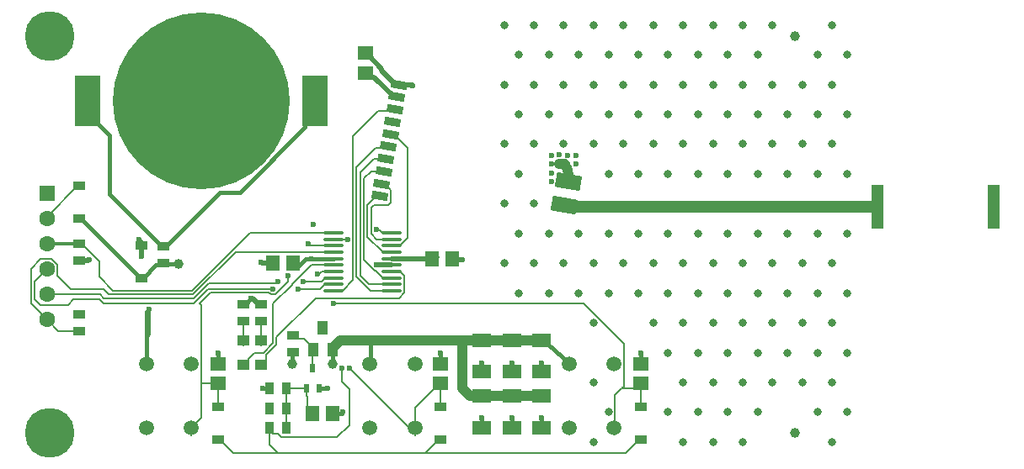
<source format=gtl>
G04*
G04 #@! TF.GenerationSoftware,Altium Limited,Altium Designer,19.0.15 (446)*
G04*
G04 Layer_Physical_Order=1*
G04 Layer_Color=255*
%FSLAX25Y25*%
%MOIN*%
G70*
G01*
G75*
%ADD15C,0.00787*%
%ADD17R,0.05118X0.03347*%
%ADD18R,0.06102X0.05315*%
%ADD19R,0.03937X0.05512*%
%ADD20R,0.03347X0.05118*%
%ADD21R,0.01968X0.03740*%
%ADD22R,0.05315X0.06102*%
%ADD23R,0.04803X0.03602*%
%ADD24R,0.07480X0.05315*%
%ADD25R,0.04921X0.04331*%
G04:AMPARAMS|DCode=26|XSize=62.99mil|YSize=31.5mil|CornerRadius=0mil|HoleSize=0mil|Usage=FLASHONLY|Rotation=350.000|XOffset=0mil|YOffset=0mil|HoleType=Round|Shape=Rectangle|*
%AMROTATEDRECTD26*
4,1,4,-0.03375,-0.01004,-0.02828,0.02098,0.03375,0.01004,0.02828,-0.02098,-0.03375,-0.01004,0.0*
%
%ADD26ROTATEDRECTD26*%

G04:AMPARAMS|DCode=27|XSize=100mil|YSize=59.06mil|CornerRadius=0mil|HoleSize=0mil|Usage=FLASHONLY|Rotation=350.000|XOffset=0mil|YOffset=0mil|HoleType=Round|Shape=Rectangle|*
%AMROTATEDRECTD27*
4,1,4,-0.05437,-0.02040,-0.04411,0.03776,0.05437,0.02040,0.04411,-0.03776,-0.05437,-0.02040,0.0*
%
%ADD27ROTATEDRECTD27*%

%ADD28R,0.05118X0.17717*%
%ADD29O,0.08268X0.01378*%
%ADD30R,0.09843X0.20079*%
%ADD51C,0.03937*%
%ADD52C,0.70079*%
%ADD53C,0.01575*%
%ADD54C,0.01968*%
%ADD55C,0.04724*%
%ADD56C,0.01181*%
%ADD57C,0.05906*%
%ADD58C,0.06299*%
%ADD59R,0.06299X0.06299*%
%ADD60C,0.03937*%
%ADD61C,0.19685*%
%ADD62C,0.02362*%
%ADD63C,0.03150*%
D15*
X226659Y17815D02*
X227362Y18518D01*
Y35410D01*
X211468Y51305D02*
X227362Y35410D01*
X60039Y19685D02*
X66929D01*
X60039D02*
Y50602D01*
Y5906D02*
Y19685D01*
X56102Y-984D02*
Y1969D01*
X59337Y51305D02*
X60039Y50602D01*
X56102Y1969D02*
X60039Y5906D01*
X57284Y51378D02*
X62992Y57087D01*
X21457Y51378D02*
X57284D01*
X57303Y53347D02*
X63209Y59252D01*
X21654Y53347D02*
X57303D01*
X56969Y54961D02*
X73760Y71752D01*
X23622Y54961D02*
X56969D01*
X56398Y56339D02*
X79488Y79429D01*
X25313Y56339D02*
X56398D01*
X63209Y59252D02*
X89606D01*
X62992Y57087D02*
X88583D01*
X73760Y71752D02*
X112638D01*
X79488Y79429D02*
X112638D01*
X223917Y-492D02*
Y15073D01*
X19685Y53150D02*
X21457Y51378D01*
X89961Y37908D02*
X105523Y53470D01*
X138356D01*
X89961Y35060D02*
Y37908D01*
X125984Y77795D02*
Y90469D01*
Y77795D02*
X132028Y71752D01*
X135472D01*
X102788Y74961D02*
X103438Y74311D01*
X102362Y74961D02*
X102788D01*
X103438Y74311D02*
X112638D01*
X103768Y69193D02*
X104331D01*
X129603Y80709D02*
X129904Y80407D01*
X130889D01*
X131868Y79429D01*
X135472D01*
X124606Y68568D02*
Y100984D01*
Y68568D02*
X128706Y64468D01*
X129075D01*
X132028Y61516D01*
X135472D01*
X120276Y60590D02*
Y117717D01*
X130312Y127753D01*
X116083Y56398D02*
X120276Y60590D01*
X121653Y61949D02*
Y105315D01*
X129320Y112981D01*
X121653Y61949D02*
X127205Y56398D01*
X123031Y62520D02*
Y103347D01*
X128352Y108667D01*
X123031Y62520D02*
X126595Y58957D01*
X124606Y100984D02*
X127365Y103743D01*
X112638Y76870D02*
X118110D01*
X127362Y78918D02*
X129411Y76870D01*
X127362Y78918D02*
Y89499D01*
X129411Y76870D02*
X135472D01*
X87264Y1083D02*
Y1969D01*
Y-4587D02*
Y1083D01*
X115748Y20472D02*
Y25689D01*
Y20472D02*
X118710Y17510D01*
Y3150D02*
Y17510D01*
X113986Y-1575D02*
X118710Y3150D01*
X91876Y-1575D02*
X113986D01*
X90498Y-197D02*
X91876Y-1575D01*
X88543Y-197D02*
X90498D01*
X87264Y1083D02*
X88543Y-197D01*
X90551Y-7874D02*
X148809D01*
X72894D02*
X90551D01*
X87264Y-4587D02*
X90551Y-7874D01*
X148809D02*
X228287D01*
X148809D02*
X154173Y-2510D01*
X154774D01*
X228287Y-7874D02*
X233652Y-2510D01*
X234252D01*
X67529D02*
X72894Y-7874D01*
X66929Y-2510D02*
X67529D01*
X66929Y10384D02*
Y19685D01*
X154774Y10384D02*
Y19685D01*
X144685Y-384D02*
Y9990D01*
Y-984D02*
Y-384D01*
Y9990D02*
X154380Y19685D01*
X234055Y19488D02*
X234252Y19291D01*
X234055Y19488D02*
X234252Y19685D01*
X232382Y17815D02*
X234055Y19488D01*
X226659Y17815D02*
X232382D01*
X234252Y10384D02*
Y19291D01*
X223917Y15073D02*
X226659Y17815D01*
X112638Y51305D02*
X211468D01*
X140591Y55705D02*
Y62402D01*
X138917Y64075D02*
X140591Y62402D01*
X135472Y64075D02*
X138917D01*
X118710Y25591D02*
X144685Y-384D01*
X138356Y53470D02*
X140591Y55705D01*
X104528Y33071D02*
Y33858D01*
X100886Y37500D02*
X104528Y33858D01*
X97736Y37500D02*
X100886D01*
X96457Y38780D02*
X97736Y37500D01*
X104331Y32874D02*
X104528Y33071D01*
X104331Y25689D02*
Y32874D01*
X101772Y14567D02*
X102067Y14272D01*
Y10138D02*
Y14272D01*
Y10138D02*
X104331Y7874D01*
X101772Y14567D02*
Y17618D01*
X101673Y17717D02*
X101772Y17618D01*
X93957Y17717D02*
X101673D01*
X93957Y9843D02*
Y17717D01*
Y1969D02*
Y9843D01*
Y17717D02*
X93957Y17717D01*
X87686Y54921D02*
X89480D01*
X94488Y59930D01*
Y62303D01*
X59337Y51305D02*
X63740Y55709D01*
X11693Y75079D02*
X12815D01*
X89606Y59252D02*
X90551Y60197D01*
X86898Y55709D02*
X87686Y54921D01*
X63740Y55709D02*
X86898D01*
X88583Y51249D02*
X96176Y58842D01*
Y59041D01*
X88583Y35631D02*
Y51249D01*
X103768Y66634D02*
X112638D01*
X96176Y59041D02*
X103768Y66634D01*
X100394Y60197D02*
X107867D01*
X85812Y30911D02*
X89961Y35060D01*
X85812Y28740D02*
Y30911D01*
X84040Y26969D02*
X85812Y28740D01*
X83745Y26969D02*
X84040D01*
X78740Y28740D02*
Y29528D01*
X76968Y26969D02*
X78740Y28740D01*
X76855Y26969D02*
X76968D01*
X78740Y29528D02*
X81102Y31890D01*
X84842D01*
X88583Y35631D01*
X15299Y131890D02*
Y137835D01*
X3622Y40354D02*
X11693D01*
X-984Y44961D02*
X3622Y40354D01*
X-984Y84961D02*
Y85699D01*
X11211Y97894D01*
X11811D01*
X21496Y57087D02*
X23622Y54961D01*
X19685Y61967D02*
X25313Y56339D01*
X19685Y61967D02*
Y68209D01*
X12815Y75079D02*
X19685Y68209D01*
X-7283Y51260D02*
Y65197D01*
Y51260D02*
X-984Y44961D01*
X-7283Y65197D02*
X-3386Y69095D01*
X728D01*
X3150Y66673D01*
Y62303D02*
Y66673D01*
Y62303D02*
X8366Y57087D01*
X21496D01*
X107867Y60197D02*
X109186Y61516D01*
X112638D01*
X98425Y57087D02*
X107323D01*
X109193Y58957D01*
X-5906Y53150D02*
Y60039D01*
X-984Y64961D01*
X-5906Y53150D02*
X-3583Y50827D01*
X7333D01*
X9656Y53150D01*
X19685D01*
X109193Y58957D02*
X112638D01*
X20039Y54961D02*
X21654Y53347D01*
X-984Y54961D02*
X20039D01*
X106299Y62992D02*
X106725D01*
X107695Y63962D01*
X112525D01*
X112638Y64075D01*
X83745Y34744D02*
Y44291D01*
X76855Y34744D02*
Y44291D01*
X112638Y56398D02*
X116083D01*
X130312Y127753D02*
X136155D01*
X136766Y128364D01*
X135472Y74311D02*
X138917D01*
X141929Y77323D01*
Y113102D01*
X136515Y118516D02*
X141929Y113102D01*
X135029Y118516D02*
X136515D01*
X127205Y56398D02*
X135472D01*
X129320Y112981D02*
X133551D01*
X134161Y113592D01*
X128352Y108667D02*
X133293D01*
X126595Y58957D02*
X135472D01*
X127365Y103743D02*
X132424D01*
X127362Y89499D02*
X128414Y90551D01*
X134161D01*
X135047Y91438D01*
Y96289D01*
X132517Y98819D02*
X135047Y96289D01*
X131556Y98819D02*
X132517D01*
X125984Y90469D02*
X129411Y93895D01*
X130688D01*
D17*
X96457Y38780D02*
D03*
Y32087D02*
D03*
X11693Y40354D02*
D03*
Y47047D02*
D03*
X11811Y75197D02*
D03*
Y68504D02*
D03*
X45276Y67520D02*
D03*
Y74213D02*
D03*
X83745Y50984D02*
D03*
Y44291D02*
D03*
X76855D02*
D03*
Y50984D02*
D03*
D18*
X234252Y27559D02*
D03*
Y19685D02*
D03*
X154774Y27559D02*
D03*
Y19685D02*
D03*
X66929Y27559D02*
D03*
Y19685D02*
D03*
X125000Y150591D02*
D03*
Y142717D02*
D03*
D19*
X104528Y33071D02*
D03*
X112008D02*
D03*
X108268Y41732D02*
D03*
D20*
X93957Y9843D02*
D03*
X87264D02*
D03*
X93957Y1969D02*
D03*
X87264D02*
D03*
X87264Y17717D02*
D03*
X93957D02*
D03*
D21*
X101772Y17618D02*
D03*
X106890D02*
D03*
X104331Y25689D02*
D03*
D22*
X112205Y7874D02*
D03*
X104331D02*
D03*
X159449Y69193D02*
D03*
X151575D02*
D03*
X88583Y67520D02*
D03*
X96457D02*
D03*
D23*
X66929Y10384D02*
D03*
Y-2510D02*
D03*
X154774Y10384D02*
D03*
Y-2510D02*
D03*
X234252Y10384D02*
D03*
Y-2510D02*
D03*
X11811Y97894D02*
D03*
Y85000D02*
D03*
X36417Y61466D02*
D03*
Y74360D02*
D03*
D24*
X171260Y1969D02*
D03*
Y14567D02*
D03*
Y24252D02*
D03*
Y36850D02*
D03*
X194882Y24252D02*
D03*
Y36850D02*
D03*
X183071Y24252D02*
D03*
Y36850D02*
D03*
X194882Y1969D02*
D03*
Y14567D02*
D03*
X183071Y1969D02*
D03*
Y14567D02*
D03*
D25*
X83745Y36811D02*
D03*
Y26969D02*
D03*
X76855Y36811D02*
D03*
Y26969D02*
D03*
D26*
X138502Y138212D02*
D03*
X137634Y133288D02*
D03*
X136766Y128364D02*
D03*
X135897Y123440D02*
D03*
X135029Y118516D02*
D03*
X134161Y113592D02*
D03*
X133293Y108667D02*
D03*
X132424Y103743D02*
D03*
X131556Y98819D02*
D03*
X130688Y93895D02*
D03*
D27*
X203801Y90238D02*
D03*
X205504Y99892D02*
D03*
D28*
X327756Y89686D02*
D03*
X373819D02*
D03*
D29*
X112638Y79429D02*
D03*
Y76870D02*
D03*
Y74311D02*
D03*
Y71752D02*
D03*
Y69193D02*
D03*
Y66634D02*
D03*
Y64075D02*
D03*
Y61516D02*
D03*
Y58957D02*
D03*
Y56398D02*
D03*
X135472Y79429D02*
D03*
Y76870D02*
D03*
Y74311D02*
D03*
Y71752D02*
D03*
Y69193D02*
D03*
Y66634D02*
D03*
Y64075D02*
D03*
Y61516D02*
D03*
Y58957D02*
D03*
Y56398D02*
D03*
D30*
X15299Y131890D02*
D03*
X105299D02*
D03*
D51*
X205504Y102559D02*
G03*
X203740Y106816I-6021J0D01*
G01*
X127008Y36850D02*
X163386D01*
X115000D02*
X127008D01*
X163386Y17717D02*
Y36850D01*
X171260Y14567D02*
X183071D01*
X166535D02*
X171260D01*
X163386Y17717D02*
X166535Y14567D01*
X183071D02*
X194882D01*
X163386Y36850D02*
X171260D01*
X183071D02*
X194882D01*
X171260D02*
X183071D01*
X112008Y33071D02*
Y33858D01*
X115000Y36850D01*
X205504Y99892D02*
Y102559D01*
Y99444D02*
Y99892D01*
X201772Y106816D02*
X203740D01*
D52*
X60299Y131890D02*
D03*
D53*
X195965Y36850D02*
X201498Y31317D01*
X201950D01*
X194882Y36850D02*
X195965D01*
X201950Y31317D02*
X205709Y27559D01*
X39219Y48849D02*
Y49062D01*
Y39370D02*
Y48849D01*
X39370Y49000D01*
X38386Y48015D02*
X39219Y48849D01*
X38386Y38537D02*
Y48015D01*
X39370Y49000D02*
Y49213D01*
X38386Y38537D02*
X39219Y39370D01*
X38386Y27559D02*
Y38537D01*
X35817Y61466D02*
X36417D01*
X34803Y62480D02*
X35817Y61466D01*
X34803Y62480D02*
Y62608D01*
X12411Y85000D02*
X34803Y62608D01*
X11811Y85000D02*
X12411D01*
X39219Y49062D02*
X39370Y49213D01*
X127008Y30551D02*
Y36850D01*
X98127Y65849D02*
X101471Y69193D01*
X104331D02*
X112638D01*
X101471D02*
X103768D01*
X154380Y19685D02*
X154774D01*
X101165Y127756D02*
X105299Y131890D01*
X101165Y121254D02*
Y127756D01*
X75383Y95472D02*
X101165Y121254D01*
X67421Y95472D02*
X75383D01*
X46161Y74213D02*
X67421Y95472D01*
X45276Y74213D02*
X46161D01*
X35433Y76870D02*
X36417Y75886D01*
Y74360D02*
Y75886D01*
X79657Y53286D02*
X79808Y53437D01*
X79657Y52900D02*
Y53286D01*
X77741Y50984D02*
X79657Y52900D01*
X76855Y50984D02*
X77741D01*
X66929Y27559D02*
Y31806D01*
X234252Y27559D02*
Y31890D01*
X194882Y1969D02*
Y5906D01*
X183071Y1969D02*
Y5906D01*
X171260Y1969D02*
Y5906D01*
Y1969D02*
X171260Y1969D01*
X171260Y24252D02*
Y27657D01*
Y24252D02*
X171260Y24252D01*
X183071D02*
Y27657D01*
X194882Y24252D02*
Y27657D01*
X154774Y27559D02*
Y31806D01*
X84646Y17717D02*
X87264D01*
X115748Y7874D02*
X116142Y8268D01*
X112205Y7874D02*
X115748D01*
X110138Y17618D02*
X110236Y17717D01*
X106890Y17618D02*
X110138D01*
X96176Y31806D02*
X96457Y32087D01*
X96176Y27559D02*
Y31806D01*
X112106Y27657D02*
X112205Y27559D01*
X112106Y27657D02*
Y32972D01*
X112008Y33071D02*
X112106Y32972D01*
X45276Y67520D02*
X45866Y66929D01*
X51181D01*
X44390Y66634D02*
X45276Y67520D01*
X42185Y66634D02*
X44390D01*
X37018Y61466D02*
X42185Y66634D01*
X36417Y61466D02*
X37018D01*
X23881Y94721D02*
X44390Y74213D01*
X23881Y94721D02*
Y118189D01*
X44390Y74213D02*
X45276D01*
X15299Y126772D02*
X23881Y118189D01*
X15299Y126772D02*
Y131890D01*
D54*
X60299D02*
Y132047D01*
X59039D02*
X60299D01*
X159884Y68758D02*
X163386D01*
X159449Y69193D02*
X159884Y68758D01*
X129603Y66634D02*
X135472D01*
X137225Y138212D02*
X143701D01*
Y137795D02*
Y138212D01*
X131589Y143847D02*
X137225Y138212D01*
X125984Y149606D02*
X126378D01*
X131589Y144395D01*
Y143847D02*
Y144395D01*
X125000Y150591D02*
X125984Y149606D01*
X80375Y53468D02*
X82859Y50984D01*
X83745D01*
Y67778D02*
X84003Y67520D01*
X88583D01*
X36417Y70098D02*
Y74360D01*
X15559Y68504D02*
X15748Y68693D01*
X11811Y68504D02*
X15559D01*
X125000Y142717D02*
X126673Y141043D01*
X128601D01*
X136356Y133288D01*
X137634D01*
X152854Y69193D02*
X153543Y69882D01*
X135472Y69193D02*
X152854D01*
D55*
X327953Y88386D02*
Y89489D01*
X327756Y89686D02*
X327953Y89489D01*
X204157Y89883D02*
X327756D01*
X203801Y90238D02*
X204157Y89883D01*
D56*
X-866Y75079D02*
X11693D01*
X-984Y74961D02*
X-866Y75079D01*
D57*
X56102Y27559D02*
D03*
X38386D02*
D03*
X56102Y1969D02*
D03*
X38386D02*
D03*
X144685Y27559D02*
D03*
X126969D02*
D03*
X144685Y1969D02*
D03*
X126969D02*
D03*
X223425Y27559D02*
D03*
X205709D02*
D03*
X223425Y1969D02*
D03*
X205709D02*
D03*
D58*
X-984Y54961D02*
D03*
Y64961D02*
D03*
X-984Y74961D02*
D03*
X-984Y84961D02*
D03*
X-984Y44961D02*
D03*
D59*
X-984Y94961D02*
D03*
D60*
X295276Y157480D02*
D03*
Y0D02*
D03*
X96176Y27559D02*
D03*
X112205D02*
D03*
X51181Y66929D02*
D03*
D61*
X0Y157480D02*
D03*
Y0D02*
D03*
D62*
X39370Y49213D02*
D03*
X104527Y82677D02*
D03*
X103768Y69193D02*
D03*
X129603Y80709D02*
D03*
X118110Y76870D02*
D03*
X115748Y25689D02*
D03*
X35433Y76870D02*
D03*
X66929Y31806D02*
D03*
X234252Y31890D02*
D03*
X194882Y5906D02*
D03*
X183071D02*
D03*
X171260D02*
D03*
Y27657D02*
D03*
X183071D02*
D03*
X194882D02*
D03*
X154774Y31806D02*
D03*
X84646Y17717D02*
D03*
X116142Y8268D02*
D03*
X110236Y17717D02*
D03*
X118710Y25591D02*
D03*
X112638Y51305D02*
D03*
X94488Y62303D02*
D03*
X90551Y60197D02*
D03*
X100394D02*
D03*
X88583Y57087D02*
D03*
X102362Y74961D02*
D03*
X59039Y132047D02*
D03*
X198874Y99806D02*
D03*
X205011Y106816D02*
D03*
Y110123D02*
D03*
X201772Y106816D02*
D03*
X198874Y102953D02*
D03*
Y106816D02*
D03*
X208661D02*
D03*
Y110123D02*
D03*
X201772Y110236D02*
D03*
X198874Y110123D02*
D03*
X163386Y68758D02*
D03*
X129603Y66634D02*
D03*
X143701Y137795D02*
D03*
X79808Y53543D02*
D03*
X83745Y67778D02*
D03*
X36417Y70098D02*
D03*
X15748Y68693D02*
D03*
X98425Y57087D02*
D03*
X106299Y62992D02*
D03*
D63*
X221358Y8268D02*
D03*
X309941Y161811D02*
D03*
X315846Y150000D02*
D03*
X309941Y138189D02*
D03*
X315846Y126378D02*
D03*
X309941Y114567D02*
D03*
X315846Y102756D02*
D03*
Y79134D02*
D03*
X309941Y67323D02*
D03*
X315846Y55512D02*
D03*
X309941Y43701D02*
D03*
X315846Y31890D02*
D03*
X309941Y20079D02*
D03*
X315846Y8268D02*
D03*
X309941Y-3543D02*
D03*
X304035Y150000D02*
D03*
X298130Y138189D02*
D03*
X304035Y126378D02*
D03*
X298130Y114567D02*
D03*
X304035Y102756D02*
D03*
Y79134D02*
D03*
X298130Y67323D02*
D03*
X304035Y55512D02*
D03*
X298130Y43701D02*
D03*
X304035Y31890D02*
D03*
X298130Y20079D02*
D03*
X304035Y8268D02*
D03*
X286319Y161811D02*
D03*
Y138189D02*
D03*
X292224Y126378D02*
D03*
X286319Y114567D02*
D03*
X292224Y102756D02*
D03*
Y79134D02*
D03*
X286319Y67323D02*
D03*
X292224Y55512D02*
D03*
X286319Y43701D02*
D03*
X292224Y31890D02*
D03*
X286319Y20079D02*
D03*
X274508Y161811D02*
D03*
X280413Y150000D02*
D03*
X274508Y138189D02*
D03*
X280413Y126378D02*
D03*
X274508Y114567D02*
D03*
X280413Y102756D02*
D03*
Y79134D02*
D03*
X274508Y67323D02*
D03*
X280413Y55512D02*
D03*
X274508Y43701D02*
D03*
X280413Y31890D02*
D03*
X274508Y20079D02*
D03*
X280413Y8268D02*
D03*
X274508Y-3543D02*
D03*
X262697Y161811D02*
D03*
X268602Y150000D02*
D03*
X262697Y138189D02*
D03*
X268602Y126378D02*
D03*
X262697Y114567D02*
D03*
X268602Y102756D02*
D03*
Y79134D02*
D03*
X262697Y67323D02*
D03*
X268602Y55512D02*
D03*
X262697Y43701D02*
D03*
X268602Y31890D02*
D03*
X262697Y20079D02*
D03*
X268602Y8268D02*
D03*
X262697Y-3543D02*
D03*
X250886Y161811D02*
D03*
X256791Y150000D02*
D03*
X250886Y138189D02*
D03*
X256791Y126378D02*
D03*
X250886Y114567D02*
D03*
X256791Y102756D02*
D03*
Y79134D02*
D03*
X250886Y67323D02*
D03*
X256791Y55512D02*
D03*
X250886Y43701D02*
D03*
X256791Y31890D02*
D03*
X250886Y20079D02*
D03*
X256791Y8268D02*
D03*
X250886Y-3543D02*
D03*
X239075Y161811D02*
D03*
X244980Y150000D02*
D03*
X239075Y138189D02*
D03*
X244980Y126378D02*
D03*
X239075Y114567D02*
D03*
X244980Y102756D02*
D03*
Y79134D02*
D03*
X239075Y67323D02*
D03*
X244980Y55512D02*
D03*
X239075Y43701D02*
D03*
X244980Y31890D02*
D03*
Y8268D02*
D03*
X227264Y161811D02*
D03*
X233169Y150000D02*
D03*
X227264Y138189D02*
D03*
X233169Y126378D02*
D03*
X227264Y114567D02*
D03*
X233169Y102756D02*
D03*
Y79134D02*
D03*
X227264Y67323D02*
D03*
X233169Y55512D02*
D03*
X215453Y161811D02*
D03*
X221358Y150000D02*
D03*
X215453Y138189D02*
D03*
X221358Y126378D02*
D03*
X215453Y114567D02*
D03*
X221358Y102756D02*
D03*
Y79134D02*
D03*
X215453Y67323D02*
D03*
X221358Y55512D02*
D03*
X215453Y43701D02*
D03*
Y20079D02*
D03*
Y-3543D02*
D03*
X203642Y161811D02*
D03*
X209547Y150000D02*
D03*
X203642Y138189D02*
D03*
X209547Y126378D02*
D03*
X203642Y114567D02*
D03*
X209547Y79134D02*
D03*
X203642Y67323D02*
D03*
X209547Y55512D02*
D03*
X191831Y161811D02*
D03*
X197736Y150000D02*
D03*
X191831Y138189D02*
D03*
X197736Y126378D02*
D03*
X191831Y114567D02*
D03*
Y90945D02*
D03*
X197736Y79134D02*
D03*
X191831Y67323D02*
D03*
X197736Y55512D02*
D03*
X180020Y161811D02*
D03*
X185925Y150000D02*
D03*
X180020Y138189D02*
D03*
X185925Y126378D02*
D03*
X180020Y114567D02*
D03*
X185925Y102756D02*
D03*
X180020Y90945D02*
D03*
X185925Y79134D02*
D03*
X180020Y67323D02*
D03*
X185925Y55512D02*
D03*
M02*

</source>
